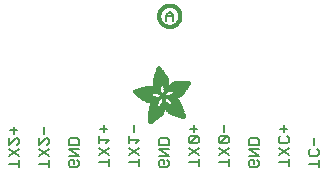
<source format=gbr>
G04 EAGLE Gerber RS-274X export*
G75*
%MOMM*%
%FSLAX34Y34*%
%LPD*%
%INSilkscreen Bottom*%
%IPPOS*%
%AMOC8*
5,1,8,0,0,1.08239X$1,22.5*%
G01*
%ADD10C,0.127000*%
%ADD11C,0.304800*%
%ADD12C,0.203200*%
%ADD13R,0.068600X0.007600*%
%ADD14R,0.114300X0.007600*%
%ADD15R,0.152400X0.007700*%
%ADD16R,0.182900X0.007600*%
%ADD17R,0.205700X0.007600*%
%ADD18R,0.228600X0.007600*%
%ADD19R,0.259100X0.007600*%
%ADD20R,0.274300X0.007700*%
%ADD21R,0.289500X0.007600*%
%ADD22R,0.304800X0.007600*%
%ADD23R,0.320100X0.007600*%
%ADD24R,0.342900X0.007600*%
%ADD25R,0.350500X0.007700*%
%ADD26R,0.365800X0.007600*%
%ADD27R,0.381000X0.007600*%
%ADD28R,0.388600X0.007600*%
%ADD29R,0.403800X0.007600*%
%ADD30R,0.419100X0.007700*%
%ADD31R,0.426700X0.007600*%
%ADD32R,0.441900X0.007600*%
%ADD33R,0.449600X0.007600*%
%ADD34R,0.464800X0.007600*%
%ADD35R,0.480000X0.007700*%
%ADD36R,0.487600X0.007600*%
%ADD37R,0.495300X0.007600*%
%ADD38R,0.510500X0.007600*%
%ADD39R,0.518100X0.007600*%
%ADD40R,0.525700X0.007700*%
%ADD41R,0.541000X0.007600*%
%ADD42R,0.548600X0.007600*%
%ADD43R,0.563800X0.007600*%
%ADD44R,0.571500X0.007600*%
%ADD45R,0.579100X0.007700*%
%ADD46R,0.594300X0.007600*%
%ADD47R,0.601900X0.007600*%
%ADD48R,0.609600X0.007600*%
%ADD49R,0.624800X0.007600*%
%ADD50R,0.632400X0.007700*%
%ADD51R,0.640000X0.007600*%
%ADD52R,0.655300X0.007600*%
%ADD53R,0.662900X0.007600*%
%ADD54R,0.678100X0.007600*%
%ADD55R,0.685800X0.007700*%
%ADD56R,0.693400X0.007600*%
%ADD57R,0.708600X0.007600*%
%ADD58R,0.716200X0.007600*%
%ADD59R,0.723900X0.007600*%
%ADD60R,0.739100X0.007700*%
%ADD61R,0.746700X0.007600*%
%ADD62R,0.754300X0.007600*%
%ADD63R,0.769600X0.007600*%
%ADD64R,0.777200X0.007600*%
%ADD65R,0.792400X0.007700*%
%ADD66R,0.800100X0.007600*%
%ADD67R,0.807700X0.007600*%
%ADD68R,0.822900X0.007600*%
%ADD69R,0.830500X0.007600*%
%ADD70R,0.838200X0.007700*%
%ADD71R,0.091500X0.007600*%
%ADD72R,0.853400X0.007600*%
%ADD73R,0.144700X0.007600*%
%ADD74R,0.861000X0.007600*%
%ADD75R,0.190500X0.007600*%
%ADD76R,0.876300X0.007600*%
%ADD77R,0.221000X0.007600*%
%ADD78R,0.883900X0.007600*%
%ADD79R,0.259000X0.007700*%
%ADD80R,0.891500X0.007700*%
%ADD81R,0.289600X0.007600*%
%ADD82R,0.906700X0.007600*%
%ADD83R,0.914400X0.007600*%
%ADD84R,0.350500X0.007600*%
%ADD85R,0.922000X0.007600*%
%ADD86R,0.937200X0.007600*%
%ADD87R,0.411400X0.007700*%
%ADD88R,0.944800X0.007700*%
%ADD89R,0.434300X0.007600*%
%ADD90R,0.952500X0.007600*%
%ADD91R,0.464900X0.007600*%
%ADD92R,0.967700X0.007600*%
%ADD93R,0.975300X0.007600*%
%ADD94R,0.518200X0.007600*%
%ADD95R,0.990600X0.007600*%
%ADD96R,0.548600X0.007700*%
%ADD97R,0.998200X0.007700*%
%ADD98R,1.005800X0.007600*%
%ADD99R,0.594400X0.007600*%
%ADD100R,1.021000X0.007600*%
%ADD101R,0.617200X0.007600*%
%ADD102R,1.028700X0.007600*%
%ADD103R,0.647700X0.007600*%
%ADD104R,1.036300X0.007600*%
%ADD105R,0.670500X0.007700*%
%ADD106R,1.051500X0.007700*%
%ADD107R,1.059100X0.007600*%
%ADD108R,0.716300X0.007600*%
%ADD109R,1.066800X0.007600*%
%ADD110R,0.739100X0.007600*%
%ADD111R,1.074400X0.007600*%
%ADD112R,0.762000X0.007600*%
%ADD113R,1.089600X0.007600*%
%ADD114R,0.784800X0.007700*%
%ADD115R,1.097200X0.007700*%
%ADD116R,1.104900X0.007600*%
%ADD117R,0.830600X0.007600*%
%ADD118R,1.112500X0.007600*%
%ADD119R,0.845800X0.007600*%
%ADD120R,1.120100X0.007600*%
%ADD121R,0.868700X0.007600*%
%ADD122R,1.127700X0.007600*%
%ADD123R,1.135300X0.007700*%
%ADD124R,1.143000X0.007600*%
%ADD125R,0.944900X0.007600*%
%ADD126R,1.150600X0.007600*%
%ADD127R,0.960100X0.007600*%
%ADD128R,1.158200X0.007600*%
%ADD129R,0.983000X0.007600*%
%ADD130R,1.165800X0.007600*%
%ADD131R,1.005900X0.007700*%
%ADD132R,1.173400X0.007700*%
%ADD133R,1.021100X0.007600*%
%ADD134R,1.181100X0.007600*%
%ADD135R,1.044000X0.007600*%
%ADD136R,1.188700X0.007600*%
%ADD137R,1.196300X0.007600*%
%ADD138R,1.082000X0.007600*%
%ADD139R,1.203900X0.007600*%
%ADD140R,1.104900X0.007700*%
%ADD141R,1.211500X0.007700*%
%ADD142R,1.211500X0.007600*%
%ADD143R,1.219200X0.007600*%
%ADD144R,1.226800X0.007600*%
%ADD145R,1.234400X0.007600*%
%ADD146R,1.188700X0.007700*%
%ADD147R,1.242000X0.007700*%
%ADD148R,1.242000X0.007600*%
%ADD149R,1.211600X0.007600*%
%ADD150R,1.249600X0.007600*%
%ADD151R,1.257300X0.007600*%
%ADD152R,1.264900X0.007600*%
%ADD153R,1.242100X0.007700*%
%ADD154R,1.264900X0.007700*%
%ADD155R,1.272500X0.007600*%
%ADD156R,1.265000X0.007600*%
%ADD157R,1.280100X0.007600*%
%ADD158R,1.272600X0.007600*%
%ADD159R,1.287700X0.007600*%
%ADD160R,1.287800X0.007600*%
%ADD161R,1.295400X0.007700*%
%ADD162R,1.303000X0.007600*%
%ADD163R,1.318200X0.007600*%
%ADD164R,1.310600X0.007600*%
%ADD165R,1.325900X0.007600*%
%ADD166R,1.341100X0.007700*%
%ADD167R,1.318200X0.007700*%
%ADD168R,1.341100X0.007600*%
%ADD169R,1.325800X0.007600*%
%ADD170R,1.348700X0.007600*%
%ADD171R,1.364000X0.007600*%
%ADD172R,1.333500X0.007600*%
%ADD173R,1.371600X0.007700*%
%ADD174R,1.379200X0.007600*%
%ADD175R,1.379300X0.007600*%
%ADD176R,1.386900X0.007600*%
%ADD177R,1.394500X0.007600*%
%ADD178R,1.356300X0.007600*%
%ADD179R,1.394400X0.007700*%
%ADD180R,1.356300X0.007700*%
%ADD181R,1.402000X0.007600*%
%ADD182R,1.409700X0.007600*%
%ADD183R,1.363900X0.007600*%
%ADD184R,1.417300X0.007600*%
%ADD185R,1.371600X0.007600*%
%ADD186R,1.424900X0.007700*%
%ADD187R,1.424900X0.007600*%
%ADD188R,1.432600X0.007600*%
%ADD189R,1.440200X0.007600*%
%ADD190R,1.386800X0.007600*%
%ADD191R,1.447800X0.007700*%
%ADD192R,1.386800X0.007700*%
%ADD193R,1.447800X0.007600*%
%ADD194R,1.455500X0.007600*%
%ADD195R,1.394400X0.007600*%
%ADD196R,1.463100X0.007600*%
%ADD197R,1.455400X0.007700*%
%ADD198R,1.463000X0.007600*%
%ADD199R,1.470600X0.007600*%
%ADD200R,1.470600X0.007700*%
%ADD201R,1.409700X0.007700*%
%ADD202R,1.470700X0.007600*%
%ADD203R,1.402100X0.007600*%
%ADD204R,1.478300X0.007600*%
%ADD205R,1.478300X0.007700*%
%ADD206R,1.402100X0.007700*%
%ADD207R,1.485900X0.007600*%
%ADD208R,1.485900X0.007700*%
%ADD209R,1.493500X0.007700*%
%ADD210R,1.493500X0.007600*%
%ADD211R,1.394500X0.007700*%
%ADD212R,1.493600X0.007700*%
%ADD213R,1.386900X0.007700*%
%ADD214R,1.379200X0.007700*%
%ADD215R,2.857500X0.007700*%
%ADD216R,2.857500X0.007600*%
%ADD217R,2.849900X0.007600*%
%ADD218R,2.842300X0.007600*%
%ADD219R,2.834700X0.007700*%
%ADD220R,2.827000X0.007600*%
%ADD221R,2.819400X0.007600*%
%ADD222R,2.811800X0.007600*%
%ADD223R,2.811800X0.007700*%
%ADD224R,2.804100X0.007600*%
%ADD225R,2.796500X0.007600*%
%ADD226R,1.966000X0.007600*%
%ADD227R,1.943100X0.007600*%
%ADD228R,0.754400X0.007600*%
%ADD229R,1.927900X0.007700*%
%ADD230R,0.746700X0.007700*%
%ADD231R,1.912600X0.007600*%
%ADD232R,0.731500X0.007600*%
%ADD233R,1.905000X0.007600*%
%ADD234R,1.882200X0.007600*%
%ADD235R,1.874600X0.007600*%
%ADD236R,1.866900X0.007700*%
%ADD237R,0.708700X0.007700*%
%ADD238R,1.851600X0.007600*%
%ADD239R,0.701100X0.007600*%
%ADD240R,1.844000X0.007600*%
%ADD241R,1.836400X0.007600*%
%ADD242R,1.821200X0.007600*%
%ADD243R,0.685800X0.007600*%
%ADD244R,1.813500X0.007700*%
%ADD245R,1.805900X0.007600*%
%ADD246R,0.678200X0.007600*%
%ADD247R,1.790700X0.007600*%
%ADD248R,0.670600X0.007600*%
%ADD249R,1.775500X0.007600*%
%ADD250R,1.767900X0.007700*%
%ADD251R,0.663000X0.007700*%
%ADD252R,1.760200X0.007600*%
%ADD253R,1.752600X0.007600*%
%ADD254R,0.937300X0.007600*%
%ADD255R,0.792500X0.007600*%
%ADD256R,0.899100X0.007600*%
%ADD257R,0.883900X0.007700*%
%ADD258R,0.716300X0.007700*%
%ADD259R,0.647700X0.007700*%
%ADD260R,0.640100X0.007600*%
%ADD261R,0.632500X0.007600*%
%ADD262R,0.655400X0.007600*%
%ADD263R,0.632400X0.007600*%
%ADD264R,0.845800X0.007700*%
%ADD265R,0.617200X0.007700*%
%ADD266R,0.624800X0.007700*%
%ADD267R,0.602000X0.007600*%
%ADD268R,0.838200X0.007600*%
%ADD269R,0.586700X0.007600*%
%ADD270R,0.548700X0.007600*%
%ADD271R,0.830500X0.007700*%
%ADD272R,0.541000X0.007700*%
%ADD273R,0.594300X0.007700*%
%ADD274R,0.525800X0.007600*%
%ADD275R,0.586800X0.007600*%
%ADD276R,0.815300X0.007600*%
%ADD277R,0.579200X0.007600*%
%ADD278R,0.815400X0.007600*%
%ADD279R,0.815400X0.007700*%
%ADD280R,0.571500X0.007700*%
%ADD281R,0.807800X0.007600*%
%ADD282R,0.563900X0.007600*%
%ADD283R,0.457200X0.007600*%
%ADD284R,0.442000X0.007600*%
%ADD285R,0.556300X0.007600*%
%ADD286R,0.807700X0.007700*%
%ADD287R,0.411500X0.007600*%
%ADD288R,0.533400X0.007600*%
%ADD289R,0.076200X0.007600*%
%ADD290R,0.403900X0.007600*%
%ADD291R,0.525700X0.007600*%
%ADD292R,0.388700X0.007600*%
%ADD293R,0.297200X0.007600*%
%ADD294R,0.373400X0.007700*%
%ADD295R,0.503000X0.007700*%
%ADD296R,0.426800X0.007700*%
%ADD297R,0.358100X0.007600*%
%ADD298R,0.502900X0.007600*%
%ADD299R,0.472400X0.007600*%
%ADD300R,0.487700X0.007600*%
%ADD301R,0.335300X0.007600*%
%ADD302R,0.792500X0.007700*%
%ADD303R,0.327600X0.007700*%
%ADD304R,0.472400X0.007700*%
%ADD305R,0.640000X0.007700*%
%ADD306R,0.784800X0.007600*%
%ADD307R,0.320000X0.007600*%
%ADD308R,0.792400X0.007600*%
%ADD309R,1.173400X0.007600*%
%ADD310R,1.196400X0.007600*%
%ADD311R,0.784900X0.007600*%
%ADD312R,0.784900X0.007700*%
%ADD313R,0.297200X0.007700*%
%ADD314R,1.249700X0.007600*%
%ADD315R,0.281900X0.007600*%
%ADD316R,1.295400X0.007600*%
%ADD317R,0.266700X0.007600*%
%ADD318R,0.777300X0.007700*%
%ADD319R,0.266700X0.007700*%
%ADD320R,1.333500X0.007700*%
%ADD321R,0.777300X0.007600*%
%ADD322R,1.348800X0.007600*%
%ADD323R,0.251500X0.007600*%
%ADD324R,0.243900X0.007700*%
%ADD325R,0.243900X0.007600*%
%ADD326R,1.440100X0.007600*%
%ADD327R,0.236200X0.007600*%
%ADD328R,0.762000X0.007700*%
%ADD329R,0.236200X0.007700*%
%ADD330R,1.508700X0.007700*%
%ADD331R,1.531600X0.007600*%
%ADD332R,1.546900X0.007600*%
%ADD333R,1.569700X0.007600*%
%ADD334R,1.585000X0.007600*%
%ADD335R,0.746800X0.007700*%
%ADD336R,1.607800X0.007700*%
%ADD337R,0.243800X0.007600*%
%ADD338R,1.630700X0.007600*%
%ADD339R,1.653500X0.007600*%
%ADD340R,0.739200X0.007600*%
%ADD341R,1.684000X0.007600*%
%ADD342R,2.019300X0.007600*%
%ADD343R,0.731500X0.007700*%
%ADD344R,2.026900X0.007700*%
%ADD345R,2.049800X0.007600*%
%ADD346R,2.057400X0.007600*%
%ADD347R,0.708700X0.007600*%
%ADD348R,2.072600X0.007600*%
%ADD349R,0.701000X0.007600*%
%ADD350R,2.095500X0.007600*%
%ADD351R,0.693500X0.007700*%
%ADD352R,2.110800X0.007700*%
%ADD353R,2.141200X0.007600*%
%ADD354R,0.060900X0.007600*%
%ADD355R,2.872700X0.007600*%
%ADD356R,3.124200X0.007600*%
%ADD357R,3.177600X0.007600*%
%ADD358R,3.215600X0.007700*%
%ADD359R,3.253700X0.007600*%
%ADD360R,3.284300X0.007600*%
%ADD361R,3.314700X0.007600*%
%ADD362R,3.352800X0.007600*%
%ADD363R,3.375600X0.007700*%
%ADD364R,3.406200X0.007600*%
%ADD365R,3.429000X0.007600*%
%ADD366R,3.451800X0.007600*%
%ADD367R,3.482400X0.007600*%
%ADD368R,1.828800X0.007700*%
%ADD369R,1.539300X0.007700*%
%ADD370R,1.767900X0.007600*%
%ADD371R,1.767800X0.007600*%
%ADD372R,1.760200X0.007700*%
%ADD373R,1.760300X0.007600*%
%ADD374R,1.775400X0.007700*%
%ADD375R,1.379300X0.007700*%
%ADD376R,1.783000X0.007600*%
%ADD377R,1.813500X0.007600*%
%ADD378R,1.821100X0.007700*%
%ADD379R,0.503000X0.007600*%
%ADD380R,1.135400X0.007600*%
%ADD381R,1.127700X0.007700*%
%ADD382R,0.487700X0.007700*%
%ADD383R,1.120200X0.007600*%
%ADD384R,1.097300X0.007600*%
%ADD385R,0.510600X0.007600*%
%ADD386R,1.074400X0.007700*%
%ADD387R,0.525800X0.007700*%
%ADD388R,1.440200X0.007700*%
%ADD389R,1.059200X0.007600*%
%ADD390R,1.051600X0.007600*%
%ADD391R,1.051500X0.007600*%
%ADD392R,1.043900X0.007700*%
%ADD393R,0.602000X0.007700*%
%ADD394R,1.524000X0.007600*%
%ADD395R,1.539300X0.007600*%
%ADD396R,1.592600X0.007600*%
%ADD397R,1.021100X0.007700*%
%ADD398R,1.615400X0.007700*%
%ADD399R,1.013400X0.007600*%
%ADD400R,1.653600X0.007600*%
%ADD401R,1.013500X0.007600*%
%ADD402R,1.699300X0.007600*%
%ADD403R,2.743200X0.007600*%
%ADD404R,1.005900X0.007600*%
%ADD405R,2.415500X0.007600*%
%ADD406R,1.005800X0.007700*%
%ADD407R,0.281900X0.007700*%
%ADD408R,2.408000X0.007700*%
%ADD409R,2.407900X0.007600*%
%ADD410R,0.998200X0.007600*%
%ADD411R,0.282000X0.007600*%
%ADD412R,0.998300X0.007600*%
%ADD413R,2.400300X0.007600*%
%ADD414R,0.289500X0.007700*%
%ADD415R,2.400300X0.007700*%
%ADD416R,0.297100X0.007600*%
%ADD417R,0.312400X0.007600*%
%ADD418R,2.392700X0.007600*%
%ADD419R,0.990600X0.007700*%
%ADD420R,0.327700X0.007700*%
%ADD421R,2.392700X0.007700*%
%ADD422R,2.385100X0.007600*%
%ADD423R,0.381000X0.007700*%
%ADD424R,2.377400X0.007700*%
%ADD425R,2.377400X0.007600*%
%ADD426R,2.369800X0.007600*%
%ADD427R,0.419100X0.007600*%
%ADD428R,2.362200X0.007600*%
%ADD429R,0.426800X0.007600*%
%ADD430R,1.036300X0.007700*%
%ADD431R,0.442000X0.007700*%
%ADD432R,2.354600X0.007700*%
%ADD433R,2.354600X0.007600*%
%ADD434R,0.480100X0.007600*%
%ADD435R,2.347000X0.007600*%
%ADD436R,1.074500X0.007600*%
%ADD437R,2.339400X0.007600*%
%ADD438R,1.082100X0.007700*%
%ADD439R,0.548700X0.007700*%
%ADD440R,2.331800X0.007700*%
%ADD441R,2.331800X0.007600*%
%ADD442R,0.624900X0.007600*%
%ADD443R,2.324100X0.007600*%
%ADD444R,1.859300X0.007600*%
%ADD445R,2.308800X0.007600*%
%ADD446R,2.301200X0.007700*%
%ADD447R,2.301200X0.007600*%
%ADD448R,2.293600X0.007600*%
%ADD449R,2.278400X0.007600*%
%ADD450R,1.889800X0.007600*%
%ADD451R,2.270700X0.007600*%
%ADD452R,1.897400X0.007700*%
%ADD453R,2.255500X0.007700*%
%ADD454R,1.897400X0.007600*%
%ADD455R,2.247900X0.007600*%
%ADD456R,2.232600X0.007600*%
%ADD457R,1.912700X0.007600*%
%ADD458R,2.209800X0.007600*%
%ADD459R,1.920300X0.007600*%
%ADD460R,2.186900X0.007600*%
%ADD461R,1.920300X0.007700*%
%ADD462R,2.171700X0.007700*%
%ADD463R,1.935500X0.007600*%
%ADD464R,2.148800X0.007600*%
%ADD465R,2.126000X0.007600*%
%ADD466R,1.950700X0.007600*%
%ADD467R,1.958400X0.007700*%
%ADD468R,2.042200X0.007700*%
%ADD469R,1.973600X0.007600*%
%ADD470R,1.996500X0.007600*%
%ADD471R,1.981200X0.007600*%
%ADD472R,1.988800X0.007600*%
%ADD473R,1.996400X0.007700*%
%ADD474R,1.996400X0.007600*%
%ADD475R,2.004100X0.007600*%
%ADD476R,1.874500X0.007600*%
%ADD477R,1.425000X0.007600*%
%ADD478R,2.026900X0.007600*%
%ADD479R,0.434400X0.007700*%
%ADD480R,1.364000X0.007700*%
%ADD481R,2.034500X0.007600*%
%ADD482R,0.434400X0.007600*%
%ADD483R,2.049700X0.007600*%
%ADD484R,2.065000X0.007700*%
%ADD485R,0.464800X0.007700*%
%ADD486R,1.196300X0.007700*%
%ADD487R,2.080300X0.007600*%
%ADD488R,1.158300X0.007600*%
%ADD489R,2.087900X0.007600*%
%ADD490R,0.472500X0.007600*%
%ADD491R,2.103100X0.007600*%
%ADD492R,2.118400X0.007600*%
%ADD493R,2.133600X0.007600*%
%ADD494R,2.148800X0.007700*%
%ADD495R,2.164000X0.007600*%
%ADD496R,2.171700X0.007600*%
%ADD497R,2.187000X0.007600*%
%ADD498R,0.556200X0.007600*%
%ADD499R,2.202200X0.007700*%
%ADD500R,0.556200X0.007700*%
%ADD501R,0.640100X0.007700*%
%ADD502R,0.579100X0.007600*%
%ADD503R,0.480000X0.007600*%
%ADD504R,1.752600X0.007700*%
%ADD505R,0.487600X0.007700*%
%ADD506R,0.594400X0.007700*%
%ADD507R,0.358100X0.007700*%
%ADD508R,0.099000X0.007600*%
%ADD509R,1.280200X0.007600*%
%ADD510R,1.745000X0.007600*%
%ADD511R,1.744900X0.007600*%
%ADD512R,1.737300X0.007700*%
%ADD513R,1.737400X0.007600*%
%ADD514R,1.729800X0.007600*%
%ADD515R,1.722200X0.007600*%
%ADD516R,1.722100X0.007600*%
%ADD517R,1.714500X0.007700*%
%ADD518R,1.356400X0.007700*%
%ADD519R,1.706900X0.007600*%
%ADD520R,1.356400X0.007600*%
%ADD521R,1.691700X0.007600*%
%ADD522R,1.668800X0.007700*%
%ADD523R,1.645900X0.007600*%
%ADD524R,1.623100X0.007600*%
%ADD525R,1.577400X0.007600*%
%ADD526R,1.554400X0.007600*%
%ADD527R,1.539200X0.007600*%
%ADD528R,1.524000X0.007700*%
%ADD529R,1.501100X0.007600*%
%ADD530R,1.455400X0.007600*%
%ADD531R,1.348800X0.007700*%
%ADD532R,1.318300X0.007600*%
%ADD533R,1.310600X0.007700*%
%ADD534R,1.287800X0.007700*%
%ADD535R,1.234500X0.007600*%
%ADD536R,1.226900X0.007600*%
%ADD537R,1.173500X0.007700*%
%ADD538R,1.173500X0.007600*%
%ADD539R,1.165900X0.007600*%
%ADD540R,1.143000X0.007700*%
%ADD541R,1.127800X0.007600*%
%ADD542R,1.097200X0.007600*%
%ADD543R,1.028700X0.007700*%
%ADD544R,0.982900X0.007600*%
%ADD545R,0.952500X0.007700*%
%ADD546R,0.929600X0.007600*%
%ADD547R,0.906800X0.007700*%
%ADD548R,0.906800X0.007600*%
%ADD549R,0.899200X0.007600*%
%ADD550R,0.884000X0.007600*%
%ADD551R,0.876300X0.007700*%
%ADD552R,0.830600X0.007700*%
%ADD553R,0.754400X0.007700*%
%ADD554R,0.746800X0.007600*%
%ADD555R,0.708600X0.007700*%
%ADD556R,0.678200X0.007700*%
%ADD557R,0.663000X0.007600*%
%ADD558R,0.632500X0.007700*%
%ADD559R,0.556300X0.007700*%
%ADD560R,0.518200X0.007700*%
%ADD561R,0.434300X0.007700*%
%ADD562R,0.396300X0.007700*%
%ADD563R,0.373300X0.007600*%
%ADD564R,0.365700X0.007600*%
%ADD565R,0.327700X0.007600*%
%ADD566R,0.304800X0.007700*%
%ADD567R,0.274300X0.007600*%
%ADD568R,0.243800X0.007700*%
%ADD569R,0.205800X0.007600*%
%ADD570R,0.152400X0.007600*%
%ADD571R,0.121900X0.007700*%


D10*
X20955Y39161D02*
X29853Y39161D01*
X29853Y36195D02*
X29853Y42127D01*
X29853Y45550D02*
X20955Y51482D01*
X20955Y45550D02*
X29853Y51482D01*
X20955Y54905D02*
X20955Y60837D01*
X20955Y54905D02*
X26887Y60837D01*
X28370Y60837D01*
X29853Y59354D01*
X29853Y56388D01*
X28370Y54905D01*
X25404Y64261D02*
X25404Y70192D01*
X28370Y67226D02*
X22438Y67226D01*
X46355Y39161D02*
X55253Y39161D01*
X55253Y36195D02*
X55253Y42127D01*
X55253Y45550D02*
X46355Y51482D01*
X46355Y45550D02*
X55253Y51482D01*
X46355Y54905D02*
X46355Y60837D01*
X46355Y54905D02*
X52287Y60837D01*
X53770Y60837D01*
X55253Y59354D01*
X55253Y56388D01*
X53770Y54905D01*
X50804Y64261D02*
X50804Y70192D01*
X97155Y40431D02*
X106053Y40431D01*
X106053Y37465D02*
X106053Y43397D01*
X106053Y46820D02*
X97155Y52752D01*
X97155Y46820D02*
X106053Y52752D01*
X103087Y56175D02*
X106053Y59141D01*
X97155Y59141D01*
X97155Y56175D02*
X97155Y62107D01*
X101604Y65531D02*
X101604Y71462D01*
X104570Y68496D02*
X98638Y68496D01*
X122555Y40431D02*
X131453Y40431D01*
X131453Y37465D02*
X131453Y43397D01*
X131453Y46820D02*
X122555Y52752D01*
X122555Y46820D02*
X131453Y52752D01*
X128487Y56175D02*
X131453Y59141D01*
X122555Y59141D01*
X122555Y56175D02*
X122555Y62107D01*
X127004Y65531D02*
X127004Y71462D01*
X173355Y40431D02*
X182253Y40431D01*
X182253Y37465D02*
X182253Y43397D01*
X182253Y46820D02*
X173355Y52752D01*
X173355Y46820D02*
X182253Y52752D01*
X180770Y56175D02*
X174838Y56175D01*
X180770Y56175D02*
X182253Y57658D01*
X182253Y60624D01*
X180770Y62107D01*
X174838Y62107D01*
X173355Y60624D01*
X173355Y57658D01*
X174838Y56175D01*
X180770Y62107D01*
X177804Y65531D02*
X177804Y71462D01*
X180770Y68496D02*
X174838Y68496D01*
X198755Y40431D02*
X207653Y40431D01*
X207653Y37465D02*
X207653Y43397D01*
X207653Y46820D02*
X198755Y52752D01*
X198755Y46820D02*
X207653Y52752D01*
X206170Y56175D02*
X200238Y56175D01*
X206170Y56175D02*
X207653Y57658D01*
X207653Y60624D01*
X206170Y62107D01*
X200238Y62107D01*
X198755Y60624D01*
X198755Y57658D01*
X200238Y56175D01*
X206170Y62107D01*
X203204Y65531D02*
X203204Y71462D01*
X249555Y40431D02*
X258453Y40431D01*
X258453Y37465D02*
X258453Y43397D01*
X258453Y46820D02*
X249555Y52752D01*
X249555Y46820D02*
X258453Y52752D01*
X258453Y60624D02*
X256970Y62107D01*
X258453Y60624D02*
X258453Y57658D01*
X256970Y56175D01*
X251038Y56175D01*
X249555Y57658D01*
X249555Y60624D01*
X251038Y62107D01*
X254004Y65531D02*
X254004Y71462D01*
X256970Y68496D02*
X251038Y68496D01*
X274955Y39161D02*
X283853Y39161D01*
X283853Y36195D02*
X283853Y42127D01*
X283853Y49999D02*
X282370Y51482D01*
X283853Y49999D02*
X283853Y47033D01*
X282370Y45550D01*
X276438Y45550D01*
X274955Y47033D01*
X274955Y49999D01*
X276438Y51482D01*
X279404Y54905D02*
X279404Y60837D01*
X80653Y40581D02*
X79170Y42064D01*
X80653Y40581D02*
X80653Y37615D01*
X79170Y36132D01*
X73238Y36132D01*
X71755Y37615D01*
X71755Y40581D01*
X73238Y42064D01*
X76204Y42064D01*
X76204Y39098D01*
X71755Y45487D02*
X80653Y45487D01*
X71755Y51419D01*
X80653Y51419D01*
X80653Y54843D02*
X71755Y54843D01*
X71755Y59291D01*
X73238Y60774D01*
X79170Y60774D01*
X80653Y59291D01*
X80653Y54843D01*
X155370Y42064D02*
X156853Y40581D01*
X156853Y37615D01*
X155370Y36132D01*
X149438Y36132D01*
X147955Y37615D01*
X147955Y40581D01*
X149438Y42064D01*
X152404Y42064D01*
X152404Y39098D01*
X147955Y45487D02*
X156853Y45487D01*
X147955Y51419D01*
X156853Y51419D01*
X156853Y54843D02*
X147955Y54843D01*
X147955Y59291D01*
X149438Y60774D01*
X155370Y60774D01*
X156853Y59291D01*
X156853Y54843D01*
X231570Y42064D02*
X233053Y40581D01*
X233053Y37615D01*
X231570Y36132D01*
X225638Y36132D01*
X224155Y37615D01*
X224155Y40581D01*
X225638Y42064D01*
X228604Y42064D01*
X228604Y39098D01*
X224155Y45487D02*
X233053Y45487D01*
X224155Y51419D01*
X233053Y51419D01*
X233053Y54843D02*
X224155Y54843D01*
X224155Y59291D01*
X225638Y60774D01*
X231570Y60774D01*
X233053Y59291D01*
X233053Y54843D01*
D11*
X148500Y163830D02*
X148503Y164050D01*
X148511Y164271D01*
X148524Y164491D01*
X148543Y164710D01*
X148568Y164929D01*
X148597Y165148D01*
X148632Y165365D01*
X148673Y165582D01*
X148718Y165798D01*
X148769Y166012D01*
X148825Y166225D01*
X148887Y166437D01*
X148953Y166647D01*
X149025Y166855D01*
X149102Y167062D01*
X149184Y167266D01*
X149270Y167469D01*
X149362Y167669D01*
X149459Y167868D01*
X149560Y168063D01*
X149667Y168256D01*
X149778Y168447D01*
X149893Y168634D01*
X150013Y168819D01*
X150138Y169001D01*
X150267Y169179D01*
X150401Y169355D01*
X150538Y169527D01*
X150680Y169695D01*
X150826Y169861D01*
X150976Y170022D01*
X151130Y170180D01*
X151288Y170334D01*
X151449Y170484D01*
X151615Y170630D01*
X151783Y170772D01*
X151955Y170909D01*
X152131Y171043D01*
X152309Y171172D01*
X152491Y171297D01*
X152676Y171417D01*
X152863Y171532D01*
X153054Y171643D01*
X153247Y171750D01*
X153442Y171851D01*
X153641Y171948D01*
X153841Y172040D01*
X154044Y172126D01*
X154248Y172208D01*
X154455Y172285D01*
X154663Y172357D01*
X154873Y172423D01*
X155085Y172485D01*
X155298Y172541D01*
X155512Y172592D01*
X155728Y172637D01*
X155945Y172678D01*
X156162Y172713D01*
X156381Y172742D01*
X156600Y172767D01*
X156819Y172786D01*
X157039Y172799D01*
X157260Y172807D01*
X157480Y172810D01*
X157700Y172807D01*
X157921Y172799D01*
X158141Y172786D01*
X158360Y172767D01*
X158579Y172742D01*
X158798Y172713D01*
X159015Y172678D01*
X159232Y172637D01*
X159448Y172592D01*
X159662Y172541D01*
X159875Y172485D01*
X160087Y172423D01*
X160297Y172357D01*
X160505Y172285D01*
X160712Y172208D01*
X160916Y172126D01*
X161119Y172040D01*
X161319Y171948D01*
X161518Y171851D01*
X161713Y171750D01*
X161906Y171643D01*
X162097Y171532D01*
X162284Y171417D01*
X162469Y171297D01*
X162651Y171172D01*
X162829Y171043D01*
X163005Y170909D01*
X163177Y170772D01*
X163345Y170630D01*
X163511Y170484D01*
X163672Y170334D01*
X163830Y170180D01*
X163984Y170022D01*
X164134Y169861D01*
X164280Y169695D01*
X164422Y169527D01*
X164559Y169355D01*
X164693Y169179D01*
X164822Y169001D01*
X164947Y168819D01*
X165067Y168634D01*
X165182Y168447D01*
X165293Y168256D01*
X165400Y168063D01*
X165501Y167868D01*
X165598Y167669D01*
X165690Y167469D01*
X165776Y167266D01*
X165858Y167062D01*
X165935Y166855D01*
X166007Y166647D01*
X166073Y166437D01*
X166135Y166225D01*
X166191Y166012D01*
X166242Y165798D01*
X166287Y165582D01*
X166328Y165365D01*
X166363Y165148D01*
X166392Y164929D01*
X166417Y164710D01*
X166436Y164491D01*
X166449Y164271D01*
X166457Y164050D01*
X166460Y163830D01*
X166457Y163610D01*
X166449Y163389D01*
X166436Y163169D01*
X166417Y162950D01*
X166392Y162731D01*
X166363Y162512D01*
X166328Y162295D01*
X166287Y162078D01*
X166242Y161862D01*
X166191Y161648D01*
X166135Y161435D01*
X166073Y161223D01*
X166007Y161013D01*
X165935Y160805D01*
X165858Y160598D01*
X165776Y160394D01*
X165690Y160191D01*
X165598Y159991D01*
X165501Y159792D01*
X165400Y159597D01*
X165293Y159404D01*
X165182Y159213D01*
X165067Y159026D01*
X164947Y158841D01*
X164822Y158659D01*
X164693Y158481D01*
X164559Y158305D01*
X164422Y158133D01*
X164280Y157965D01*
X164134Y157799D01*
X163984Y157638D01*
X163830Y157480D01*
X163672Y157326D01*
X163511Y157176D01*
X163345Y157030D01*
X163177Y156888D01*
X163005Y156751D01*
X162829Y156617D01*
X162651Y156488D01*
X162469Y156363D01*
X162284Y156243D01*
X162097Y156128D01*
X161906Y156017D01*
X161713Y155910D01*
X161518Y155809D01*
X161319Y155712D01*
X161119Y155620D01*
X160916Y155534D01*
X160712Y155452D01*
X160505Y155375D01*
X160297Y155303D01*
X160087Y155237D01*
X159875Y155175D01*
X159662Y155119D01*
X159448Y155068D01*
X159232Y155023D01*
X159015Y154982D01*
X158798Y154947D01*
X158579Y154918D01*
X158360Y154893D01*
X158141Y154874D01*
X157921Y154861D01*
X157700Y154853D01*
X157480Y154850D01*
X157260Y154853D01*
X157039Y154861D01*
X156819Y154874D01*
X156600Y154893D01*
X156381Y154918D01*
X156162Y154947D01*
X155945Y154982D01*
X155728Y155023D01*
X155512Y155068D01*
X155298Y155119D01*
X155085Y155175D01*
X154873Y155237D01*
X154663Y155303D01*
X154455Y155375D01*
X154248Y155452D01*
X154044Y155534D01*
X153841Y155620D01*
X153641Y155712D01*
X153442Y155809D01*
X153247Y155910D01*
X153054Y156017D01*
X152863Y156128D01*
X152676Y156243D01*
X152491Y156363D01*
X152309Y156488D01*
X152131Y156617D01*
X151955Y156751D01*
X151783Y156888D01*
X151615Y157030D01*
X151449Y157176D01*
X151288Y157326D01*
X151130Y157480D01*
X150976Y157638D01*
X150826Y157799D01*
X150680Y157965D01*
X150538Y158133D01*
X150401Y158305D01*
X150267Y158481D01*
X150138Y158659D01*
X150013Y158841D01*
X149893Y159026D01*
X149778Y159213D01*
X149667Y159404D01*
X149560Y159597D01*
X149459Y159792D01*
X149362Y159991D01*
X149270Y160191D01*
X149184Y160394D01*
X149102Y160598D01*
X149025Y160805D01*
X148953Y161013D01*
X148887Y161223D01*
X148825Y161435D01*
X148769Y161648D01*
X148718Y161862D01*
X148673Y162078D01*
X148632Y162295D01*
X148597Y162512D01*
X148568Y162731D01*
X148543Y162950D01*
X148524Y163169D01*
X148511Y163389D01*
X148503Y163610D01*
X148500Y163830D01*
D12*
X160020Y165189D02*
X160020Y159766D01*
X160020Y165189D02*
X157308Y167901D01*
X154597Y165189D01*
X154597Y159766D01*
X154597Y163833D02*
X160020Y163833D01*
D13*
X141122Y72390D03*
D14*
X141123Y72466D03*
D15*
X141160Y72543D03*
D16*
X141161Y72619D03*
D17*
X141123Y72695D03*
D18*
X141160Y72771D03*
D19*
X141161Y72847D03*
D20*
X141161Y72924D03*
D21*
X141161Y73000D03*
D22*
X141237Y73076D03*
D23*
X141237Y73152D03*
D24*
X141275Y73228D03*
D25*
X141313Y73305D03*
D26*
X141313Y73381D03*
D27*
X141389Y73457D03*
D28*
X141427Y73533D03*
D29*
X141427Y73609D03*
D30*
X141504Y73686D03*
D31*
X141542Y73762D03*
D32*
X141618Y73838D03*
D33*
X141656Y73914D03*
D34*
X141656Y73990D03*
D35*
X141732Y74067D03*
D36*
X141770Y74143D03*
D37*
X141809Y74219D03*
D38*
X141885Y74295D03*
D39*
X141923Y74371D03*
D40*
X141961Y74448D03*
D41*
X142037Y74524D03*
D42*
X142075Y74600D03*
D43*
X142151Y74676D03*
D44*
X142190Y74752D03*
D45*
X142228Y74829D03*
D46*
X142304Y74905D03*
D47*
X142342Y74981D03*
D48*
X142380Y75057D03*
D49*
X142456Y75133D03*
D50*
X142494Y75210D03*
D51*
X142532Y75286D03*
D52*
X142609Y75362D03*
D53*
X142647Y75438D03*
D54*
X142723Y75514D03*
D55*
X142761Y75591D03*
D56*
X142799Y75667D03*
D57*
X142875Y75743D03*
D58*
X142913Y75819D03*
D59*
X142952Y75895D03*
D60*
X143028Y75972D03*
D61*
X143066Y76048D03*
D62*
X143104Y76124D03*
D63*
X143180Y76200D03*
D64*
X143218Y76276D03*
D65*
X143294Y76353D03*
D66*
X143333Y76429D03*
D67*
X143371Y76505D03*
D68*
X143447Y76581D03*
D69*
X143485Y76657D03*
D70*
X143523Y76734D03*
D71*
X169050Y76810D03*
D72*
X143599Y76810D03*
D73*
X169012Y76886D03*
D74*
X143637Y76886D03*
D75*
X168936Y76962D03*
D76*
X143714Y76962D03*
D77*
X168859Y77038D03*
D78*
X143752Y77038D03*
D79*
X168821Y77115D03*
D80*
X143790Y77115D03*
D81*
X168745Y77191D03*
D82*
X143866Y77191D03*
D23*
X168669Y77267D03*
D83*
X143904Y77267D03*
D84*
X168593Y77343D03*
D85*
X143942Y77343D03*
D27*
X168516Y77419D03*
D86*
X144018Y77419D03*
D87*
X168440Y77496D03*
D88*
X144056Y77496D03*
D89*
X168326Y77572D03*
D90*
X144095Y77572D03*
D91*
X168250Y77648D03*
D92*
X144171Y77648D03*
D37*
X168174Y77724D03*
D93*
X144209Y77724D03*
D94*
X168059Y77800D03*
D95*
X144285Y77800D03*
D96*
X167983Y77877D03*
D97*
X144323Y77877D03*
D44*
X167869Y77953D03*
D98*
X144361Y77953D03*
D99*
X167754Y78029D03*
D100*
X144437Y78029D03*
D101*
X167640Y78105D03*
D102*
X144476Y78105D03*
D103*
X167564Y78181D03*
D104*
X144514Y78181D03*
D105*
X167450Y78258D03*
D106*
X144590Y78258D03*
D56*
X167335Y78334D03*
D107*
X144628Y78334D03*
D108*
X167221Y78410D03*
D109*
X144666Y78410D03*
D110*
X167107Y78486D03*
D111*
X144704Y78486D03*
D112*
X166992Y78562D03*
D113*
X144780Y78562D03*
D114*
X166878Y78639D03*
D115*
X144818Y78639D03*
D67*
X166764Y78715D03*
D116*
X144857Y78715D03*
D117*
X166649Y78791D03*
D118*
X144895Y78791D03*
D119*
X166497Y78867D03*
D120*
X144933Y78867D03*
D121*
X166383Y78943D03*
D122*
X144971Y78943D03*
D80*
X166269Y79020D03*
D123*
X145009Y79020D03*
D85*
X166116Y79096D03*
D124*
X145047Y79096D03*
D125*
X166002Y79172D03*
D126*
X145085Y79172D03*
D127*
X165850Y79248D03*
D128*
X145123Y79248D03*
D129*
X165735Y79324D03*
D130*
X145161Y79324D03*
D131*
X165621Y79401D03*
D132*
X145199Y79401D03*
D133*
X165469Y79477D03*
D134*
X145238Y79477D03*
D135*
X165354Y79553D03*
D136*
X145276Y79553D03*
D109*
X165240Y79629D03*
D137*
X145314Y79629D03*
D138*
X165087Y79705D03*
D139*
X145352Y79705D03*
D140*
X164973Y79782D03*
D141*
X145390Y79782D03*
D120*
X164897Y79858D03*
D142*
X145390Y79858D03*
D124*
X164782Y79934D03*
D143*
X145428Y79934D03*
D126*
X164668Y80010D03*
D144*
X145466Y80010D03*
D130*
X164592Y80086D03*
D145*
X145504Y80086D03*
D146*
X164478Y80163D03*
D147*
X145542Y80163D03*
D137*
X164364Y80239D03*
D148*
X145542Y80239D03*
D149*
X164287Y80315D03*
D150*
X145580Y80315D03*
D144*
X164211Y80391D03*
D151*
X145619Y80391D03*
D144*
X164135Y80467D03*
D152*
X145657Y80467D03*
D153*
X164059Y80544D03*
D154*
X145657Y80544D03*
D151*
X163983Y80620D03*
D155*
X145695Y80620D03*
D156*
X163868Y80696D03*
D157*
X145733Y80696D03*
D158*
X163830Y80772D03*
D159*
X145771Y80772D03*
D160*
X163754Y80848D03*
D159*
X145771Y80848D03*
D161*
X163639Y80925D03*
X145809Y80925D03*
D162*
X163601Y81001D03*
X145847Y81001D03*
D163*
X163525Y81077D03*
D162*
X145847Y81077D03*
D163*
X163449Y81153D03*
D164*
X145885Y81153D03*
D165*
X163411Y81229D03*
D164*
X145885Y81229D03*
D166*
X163335Y81306D03*
D167*
X145923Y81306D03*
D168*
X163259Y81382D03*
D169*
X145961Y81382D03*
D170*
X163221Y81458D03*
D169*
X145961Y81458D03*
D171*
X163144Y81534D03*
D172*
X146000Y81534D03*
D171*
X163068Y81610D03*
D172*
X146000Y81610D03*
D173*
X163030Y81687D03*
D166*
X146038Y81687D03*
D174*
X162992Y81763D03*
D168*
X146038Y81763D03*
D175*
X162916Y81839D03*
D170*
X146076Y81839D03*
D176*
X162878Y81915D03*
D170*
X146076Y81915D03*
D177*
X162840Y81991D03*
D178*
X146114Y81991D03*
D179*
X162763Y82068D03*
D180*
X146114Y82068D03*
D181*
X162725Y82144D03*
D178*
X146114Y82144D03*
D182*
X162687Y82220D03*
D183*
X146152Y82220D03*
D182*
X162611Y82296D03*
D183*
X146152Y82296D03*
D184*
X162573Y82372D03*
D185*
X146190Y82372D03*
D186*
X162535Y82449D03*
D173*
X146190Y82449D03*
D187*
X162459Y82525D03*
D185*
X146190Y82525D03*
D188*
X162420Y82601D03*
D174*
X146228Y82601D03*
D189*
X162382Y82677D03*
D174*
X146228Y82677D03*
D189*
X162306Y82753D03*
D190*
X146266Y82753D03*
D191*
X162268Y82830D03*
D192*
X146266Y82830D03*
D193*
X162268Y82906D03*
D190*
X146266Y82906D03*
D193*
X162192Y82982D03*
D190*
X146266Y82982D03*
D194*
X162154Y83058D03*
D195*
X146304Y83058D03*
D196*
X162116Y83134D03*
D195*
X146304Y83134D03*
D197*
X162077Y83211D03*
D179*
X146304Y83211D03*
D198*
X162039Y83287D03*
D181*
X146342Y83287D03*
D199*
X162001Y83363D03*
D181*
X146342Y83363D03*
D198*
X161963Y83439D03*
D181*
X146342Y83439D03*
D199*
X161925Y83515D03*
D181*
X146342Y83515D03*
D200*
X161925Y83592D03*
D201*
X146381Y83592D03*
D202*
X161849Y83668D03*
D203*
X146419Y83668D03*
D204*
X161811Y83744D03*
D203*
X146419Y83744D03*
D204*
X161811Y83820D03*
D203*
X146419Y83820D03*
D204*
X161735Y83896D03*
D203*
X146419Y83896D03*
D205*
X161735Y83973D03*
D206*
X146419Y83973D03*
D207*
X161697Y84049D03*
D182*
X146457Y84049D03*
D204*
X161659Y84125D03*
D182*
X146457Y84125D03*
D207*
X161621Y84201D03*
D182*
X146457Y84201D03*
D207*
X161621Y84277D03*
D182*
X146457Y84277D03*
D208*
X161544Y84354D03*
D201*
X146457Y84354D03*
D207*
X161544Y84430D03*
D182*
X146457Y84430D03*
D207*
X161544Y84506D03*
D182*
X146457Y84506D03*
D207*
X161468Y84582D03*
D203*
X146495Y84582D03*
D207*
X161468Y84658D03*
D203*
X146495Y84658D03*
D209*
X161430Y84735D03*
D206*
X146495Y84735D03*
D207*
X161392Y84811D03*
D203*
X146495Y84811D03*
D207*
X161392Y84887D03*
D203*
X146495Y84887D03*
D210*
X161354Y84963D03*
D203*
X146495Y84963D03*
D207*
X161316Y85039D03*
D203*
X146495Y85039D03*
D208*
X161316Y85116D03*
D211*
X146533Y85116D03*
D210*
X161278Y85192D03*
D177*
X146533Y85192D03*
D207*
X161240Y85268D03*
D177*
X146533Y85268D03*
D207*
X161240Y85344D03*
D177*
X146533Y85344D03*
D207*
X161240Y85420D03*
D177*
X146533Y85420D03*
D212*
X161201Y85497D03*
D213*
X146571Y85497D03*
D207*
X161163Y85573D03*
D176*
X146571Y85573D03*
D207*
X161163Y85649D03*
D176*
X146571Y85649D03*
D210*
X161125Y85725D03*
D176*
X146571Y85725D03*
D207*
X161087Y85801D03*
D174*
X146609Y85801D03*
D208*
X161087Y85878D03*
D214*
X146609Y85878D03*
D210*
X161049Y85954D03*
D174*
X146609Y85954D03*
D207*
X161011Y86030D03*
D174*
X146609Y86030D03*
D207*
X161011Y86106D03*
D185*
X146647Y86106D03*
D207*
X161011Y86182D03*
D185*
X146647Y86182D03*
D215*
X154077Y86259D03*
D216*
X154077Y86335D03*
D217*
X154115Y86411D03*
D218*
X154077Y86487D03*
X154077Y86563D03*
D219*
X154115Y86640D03*
D220*
X154076Y86716D03*
X154076Y86792D03*
D221*
X154114Y86868D03*
D222*
X154076Y86944D03*
D223*
X154076Y87021D03*
D224*
X154115Y87097D03*
D225*
X154077Y87173D03*
D226*
X158229Y87249D03*
D63*
X144018Y87249D03*
D227*
X158344Y87325D03*
D228*
X143942Y87325D03*
D229*
X158344Y87402D03*
D230*
X143904Y87402D03*
D231*
X158420Y87478D03*
D232*
X143904Y87478D03*
D233*
X158458Y87554D03*
D232*
X143904Y87554D03*
D234*
X158496Y87630D03*
D108*
X143904Y87630D03*
D235*
X158534Y87706D03*
D108*
X143904Y87706D03*
D236*
X158573Y87783D03*
D237*
X143942Y87783D03*
D238*
X158572Y87859D03*
D239*
X143904Y87859D03*
D240*
X158610Y87935D03*
D56*
X143942Y87935D03*
D241*
X158648Y88011D03*
D56*
X143942Y88011D03*
D242*
X158648Y88087D03*
D243*
X143980Y88087D03*
D244*
X158687Y88164D03*
D55*
X143980Y88164D03*
D245*
X158725Y88240D03*
D246*
X144018Y88240D03*
D247*
X158725Y88316D03*
D246*
X144018Y88316D03*
D247*
X158725Y88392D03*
D248*
X144056Y88392D03*
D249*
X158725Y88468D03*
D248*
X144056Y88468D03*
D250*
X158763Y88545D03*
D251*
X144094Y88545D03*
D252*
X158801Y88621D03*
D52*
X144133Y88621D03*
D253*
X158763Y88697D03*
D52*
X144133Y88697D03*
D254*
X162840Y88773D03*
D255*
X154039Y88773D03*
D103*
X144171Y88773D03*
D256*
X162954Y88849D03*
D110*
X153848Y88849D03*
D103*
X144247Y88849D03*
D257*
X163030Y88926D03*
D258*
X153734Y88926D03*
D259*
X144247Y88926D03*
D121*
X163030Y89002D03*
D56*
X153695Y89002D03*
D260*
X144285Y89002D03*
D121*
X163030Y89078D03*
D248*
X153657Y89078D03*
D261*
X144323Y89078D03*
D72*
X163030Y89154D03*
D262*
X153581Y89154D03*
D49*
X144361Y89154D03*
D72*
X163030Y89230D03*
D263*
X153543Y89230D03*
D49*
X144361Y89230D03*
D264*
X162992Y89307D03*
D265*
X153467Y89307D03*
D266*
X144437Y89307D03*
D119*
X162992Y89383D03*
D267*
X153467Y89383D03*
D101*
X144475Y89383D03*
D268*
X162954Y89459D03*
D269*
X153391Y89459D03*
D48*
X144513Y89459D03*
D268*
X162954Y89535D03*
D44*
X153391Y89535D03*
D267*
X144551Y89535D03*
D69*
X162916Y89611D03*
D270*
X153353Y89611D03*
D47*
X144628Y89611D03*
D271*
X162916Y89688D03*
D272*
X153314Y89688D03*
D273*
X144666Y89688D03*
D68*
X162878Y89764D03*
D274*
X153314Y89764D03*
D269*
X144704Y89764D03*
D68*
X162878Y89840D03*
D94*
X153276Y89840D03*
D275*
X144780Y89840D03*
D276*
X162840Y89916D03*
D37*
X153239Y89916D03*
D277*
X144818Y89916D03*
D278*
X162763Y89992D03*
D36*
X153200Y89992D03*
D44*
X144857Y89992D03*
D279*
X162763Y90069D03*
D35*
X153162Y90069D03*
D280*
X144933Y90069D03*
D281*
X162725Y90145D03*
D34*
X153162Y90145D03*
D282*
X144971Y90145D03*
D278*
X162687Y90221D03*
D283*
X153124Y90221D03*
D282*
X145047Y90221D03*
D67*
X162649Y90297D03*
D284*
X153124Y90297D03*
D285*
X145085Y90297D03*
D66*
X162611Y90373D03*
D89*
X153086Y90373D03*
D41*
X145161Y90373D03*
D286*
X162573Y90450D03*
D30*
X153086Y90450D03*
D272*
X145237Y90450D03*
D66*
X162535Y90526D03*
D287*
X153048Y90526D03*
D288*
X145275Y90526D03*
D289*
X140322Y90526D03*
D66*
X162459Y90602D03*
D290*
X153010Y90602D03*
D291*
X145390Y90602D03*
D77*
X140284Y90602D03*
D66*
X162459Y90678D03*
D292*
X153010Y90678D03*
D39*
X145428Y90678D03*
D293*
X140284Y90678D03*
D66*
X162383Y90754D03*
D27*
X152971Y90754D03*
D94*
X145504Y90754D03*
D26*
X140246Y90754D03*
D65*
X162344Y90831D03*
D294*
X152933Y90831D03*
D295*
X145580Y90831D03*
D296*
X140246Y90831D03*
D255*
X162268Y90907D03*
D297*
X152934Y90907D03*
D298*
X145657Y90907D03*
D299*
X140246Y90907D03*
D66*
X162230Y90983D03*
D297*
X152934Y90983D03*
D300*
X145733Y90983D03*
D94*
X140246Y90983D03*
D255*
X162192Y91059D03*
D84*
X152896Y91059D03*
D300*
X145809Y91059D03*
D43*
X140246Y91059D03*
D255*
X162116Y91135D03*
D301*
X152896Y91135D03*
D299*
X145885Y91135D03*
D267*
X140208Y91135D03*
D302*
X162040Y91212D03*
D303*
X152857Y91212D03*
D304*
X145961Y91212D03*
D305*
X140246Y91212D03*
D306*
X162001Y91288D03*
D307*
X152819Y91288D03*
D283*
X146037Y91288D03*
D243*
X140246Y91288D03*
D308*
X161963Y91364D03*
D307*
X152819Y91364D03*
D309*
X142532Y91364D03*
D255*
X161887Y91440D03*
D22*
X152819Y91440D03*
D310*
X142494Y91440D03*
D311*
X161849Y91516D03*
D293*
X152781Y91516D03*
D149*
X142418Y91516D03*
D312*
X161773Y91593D03*
D313*
X152781Y91593D03*
D153*
X142342Y91593D03*
D311*
X161697Y91669D03*
D81*
X152743Y91669D03*
D314*
X142304Y91669D03*
D306*
X161620Y91745D03*
D315*
X152705Y91745D03*
D155*
X142266Y91745D03*
D306*
X161544Y91821D03*
D315*
X152705Y91821D03*
D316*
X142227Y91821D03*
D64*
X161506Y91897D03*
D317*
X152705Y91897D03*
D164*
X142151Y91897D03*
D318*
X161430Y91974D03*
D319*
X152705Y91974D03*
D320*
X142113Y91974D03*
D321*
X161354Y92050D03*
D19*
X152667Y92050D03*
D322*
X142113Y92050D03*
D64*
X161277Y92126D03*
D19*
X152667Y92126D03*
D185*
X142075Y92126D03*
D64*
X161201Y92202D03*
D323*
X152629Y92202D03*
D176*
X141999Y92202D03*
D64*
X161125Y92278D03*
D323*
X152629Y92278D03*
D203*
X141999Y92278D03*
D318*
X161049Y92355D03*
D324*
X152591Y92355D03*
D186*
X141961Y92355D03*
D63*
X160934Y92431D03*
D325*
X152591Y92431D03*
D326*
X141961Y92431D03*
D63*
X160858Y92507D03*
D327*
X152552Y92507D03*
D194*
X141961Y92507D03*
D63*
X160782Y92583D03*
D327*
X152552Y92583D03*
D204*
X141923Y92583D03*
D63*
X160706Y92659D03*
D18*
X152514Y92659D03*
D210*
X141923Y92659D03*
D328*
X160591Y92736D03*
D329*
X152476Y92736D03*
D330*
X141923Y92736D03*
D112*
X160515Y92812D03*
D327*
X152476Y92812D03*
D331*
X141884Y92812D03*
D112*
X160363Y92888D03*
D327*
X152476Y92888D03*
D332*
X141885Y92888D03*
D112*
X160287Y92964D03*
D18*
X152438Y92964D03*
D333*
X141847Y92964D03*
D228*
X160172Y93040D03*
D327*
X152400Y93040D03*
D334*
X141846Y93040D03*
D335*
X160058Y93117D03*
D329*
X152400Y93117D03*
D336*
X141884Y93117D03*
D61*
X159906Y93193D03*
D337*
X152362Y93193D03*
D338*
X141847Y93193D03*
D61*
X159830Y93269D03*
D323*
X152324Y93269D03*
D339*
X141885Y93269D03*
D340*
X159639Y93345D03*
D317*
X152248Y93345D03*
D341*
X141884Y93345D03*
D232*
X159525Y93421D03*
D342*
X143485Y93421D03*
D343*
X159373Y93498D03*
D344*
X143447Y93498D03*
D59*
X159182Y93574D03*
D345*
X143408Y93574D03*
D108*
X158992Y93650D03*
D346*
X143370Y93650D03*
D347*
X158801Y93726D03*
D348*
X143370Y93726D03*
D349*
X158610Y93802D03*
D350*
X143333Y93802D03*
D351*
X158344Y93879D03*
D352*
X143332Y93879D03*
D56*
X158115Y93955D03*
D353*
X143332Y93955D03*
D354*
X162573Y94031D03*
D355*
X146914Y94031D03*
D356*
X148095Y94107D03*
D357*
X148209Y94183D03*
D358*
X148323Y94260D03*
D359*
X148362Y94336D03*
D360*
X148438Y94412D03*
D361*
X148514Y94488D03*
D362*
X148552Y94564D03*
D363*
X148590Y94641D03*
D364*
X148590Y94717D03*
D365*
X148628Y94793D03*
D366*
X148666Y94869D03*
D367*
X148666Y94945D03*
D368*
X157086Y95022D03*
D369*
X138875Y95022D03*
D247*
X157430Y95098D03*
D207*
X138532Y95098D03*
D370*
X157620Y95174D03*
D198*
X138265Y95174D03*
D371*
X157772Y95250D03*
D189*
X138074Y95250D03*
D370*
X157925Y95326D03*
D187*
X137846Y95326D03*
D372*
X158039Y95403D03*
D201*
X137694Y95403D03*
D252*
X158191Y95479D03*
D195*
X137541Y95479D03*
D252*
X158267Y95555D03*
D177*
X137389Y95555D03*
D373*
X158344Y95631D03*
D190*
X137274Y95631D03*
D249*
X158420Y95707D03*
D174*
X137084Y95707D03*
D374*
X158496Y95784D03*
D375*
X137008Y95784D03*
D376*
X158534Y95860D03*
D185*
X136893Y95860D03*
D247*
X158573Y95936D03*
D185*
X136741Y95936D03*
D245*
X158649Y96012D03*
D185*
X136665Y96012D03*
D377*
X158687Y96088D03*
D171*
X136550Y96088D03*
D378*
X158725Y96165D03*
D173*
X136436Y96165D03*
D143*
X161811Y96241D03*
D291*
X152248Y96241D03*
D185*
X136360Y96241D03*
D134*
X162078Y96317D03*
D379*
X152057Y96317D03*
D175*
X136246Y96317D03*
D128*
X162268Y96393D03*
D300*
X151981Y96393D03*
D174*
X136169Y96393D03*
D380*
X162458Y96469D03*
D300*
X151905Y96469D03*
D190*
X136131Y96469D03*
D381*
X162573Y96546D03*
D382*
X151829Y96546D03*
D179*
X136017Y96546D03*
D383*
X162763Y96622D03*
D37*
X151791Y96622D03*
D177*
X135941Y96622D03*
D118*
X162878Y96698D03*
D37*
X151715Y96698D03*
D182*
X135865Y96698D03*
D384*
X163030Y96774D03*
D379*
X151676Y96774D03*
D184*
X135827Y96774D03*
D138*
X163106Y96850D03*
D385*
X151638Y96850D03*
D187*
X135789Y96850D03*
D386*
X163220Y96927D03*
D387*
X151562Y96927D03*
D388*
X135712Y96927D03*
D109*
X163335Y97003D03*
D288*
X151524Y97003D03*
D193*
X135674Y97003D03*
D389*
X163449Y97079D03*
D270*
X151448Y97079D03*
D198*
X135598Y97079D03*
D390*
X163563Y97155D03*
D282*
X151372Y97155D03*
D202*
X135560Y97155D03*
D391*
X163640Y97231D03*
D277*
X151295Y97231D03*
D207*
X135560Y97231D03*
D392*
X163754Y97308D03*
D393*
X151257Y97308D03*
D330*
X135522Y97308D03*
D135*
X163830Y97384D03*
D101*
X151181Y97384D03*
D394*
X135522Y97384D03*
D104*
X163945Y97460D03*
D103*
X151105Y97460D03*
D395*
X135522Y97460D03*
D104*
X164021Y97536D03*
D248*
X150990Y97536D03*
D333*
X135522Y97536D03*
D133*
X164097Y97612D03*
D349*
X150914Y97612D03*
D396*
X135560Y97612D03*
D397*
X164173Y97689D03*
D60*
X150800Y97689D03*
D398*
X135598Y97689D03*
D399*
X164287Y97765D03*
D64*
X150609Y97765D03*
D400*
X135636Y97765D03*
D401*
X164364Y97841D03*
D117*
X150419Y97841D03*
D402*
X135789Y97841D03*
D401*
X164440Y97917D03*
D403*
X140932Y97917D03*
D404*
X164478Y97993D03*
D81*
X153276Y97993D03*
D405*
X139218Y97993D03*
D406*
X164554Y98070D03*
D407*
X153391Y98070D03*
D408*
X139103Y98070D03*
D98*
X164630Y98146D03*
D315*
X153467Y98146D03*
D409*
X139027Y98146D03*
D410*
X164668Y98222D03*
D411*
X153543Y98222D03*
D409*
X138951Y98222D03*
D410*
X164744Y98298D03*
D81*
X153581Y98298D03*
D409*
X138875Y98298D03*
D412*
X164821Y98374D03*
D81*
X153657Y98374D03*
D413*
X138837Y98374D03*
D97*
X164897Y98451D03*
D414*
X153734Y98451D03*
D415*
X138761Y98451D03*
D95*
X164935Y98527D03*
D416*
X153772Y98527D03*
D413*
X138684Y98527D03*
D95*
X165011Y98603D03*
D22*
X153886Y98603D03*
D413*
X138684Y98603D03*
D410*
X165049Y98679D03*
D417*
X153924Y98679D03*
D418*
X138646Y98679D03*
D410*
X165125Y98755D03*
D307*
X153962Y98755D03*
D418*
X138570Y98755D03*
D419*
X165163Y98832D03*
D420*
X154077Y98832D03*
D421*
X138570Y98832D03*
D412*
X165202Y98908D03*
D301*
X154115Y98908D03*
D422*
X138532Y98908D03*
D410*
X165278Y98984D03*
D84*
X154191Y98984D03*
D422*
X138532Y98984D03*
D98*
X165316Y99060D03*
D297*
X154229Y99060D03*
D422*
X138456Y99060D03*
D410*
X165354Y99136D03*
D26*
X154343Y99136D03*
D422*
X138456Y99136D03*
D406*
X165392Y99213D03*
D423*
X154419Y99213D03*
D424*
X138417Y99213D03*
D399*
X165430Y99289D03*
D28*
X154457Y99289D03*
D425*
X138417Y99289D03*
D399*
X165430Y99365D03*
D290*
X154534Y99365D03*
D426*
X138379Y99365D03*
D133*
X165469Y99441D03*
D427*
X154610Y99441D03*
D428*
X138417Y99441D03*
D102*
X165507Y99517D03*
D429*
X154724Y99517D03*
D428*
X138417Y99517D03*
D430*
X165545Y99594D03*
D431*
X154800Y99594D03*
D432*
X138379Y99594D03*
D104*
X165545Y99670D03*
D91*
X154915Y99670D03*
D433*
X138379Y99670D03*
D391*
X165545Y99746D03*
D434*
X154991Y99746D03*
D435*
X138341Y99746D03*
D107*
X165583Y99822D03*
D379*
X155105Y99822D03*
D435*
X138341Y99822D03*
D436*
X165583Y99898D03*
D274*
X155219Y99898D03*
D437*
X138379Y99898D03*
D438*
X165545Y99975D03*
D439*
X155334Y99975D03*
D440*
X138341Y99975D03*
D116*
X165507Y100051D03*
D277*
X155486Y100051D03*
D441*
X138341Y100051D03*
D124*
X165392Y100127D03*
D442*
X155715Y100127D03*
D443*
X138380Y100127D03*
D444*
X161887Y100203D03*
D443*
X138380Y100203D03*
D444*
X161887Y100279D03*
D445*
X138379Y100279D03*
D236*
X161925Y100356D03*
D446*
X138417Y100356D03*
D235*
X161963Y100432D03*
D447*
X138417Y100432D03*
D235*
X161963Y100508D03*
D448*
X138455Y100508D03*
D234*
X162001Y100584D03*
D449*
X138455Y100584D03*
D450*
X162039Y100660D03*
D451*
X138494Y100660D03*
D452*
X162077Y100737D03*
D453*
X138570Y100737D03*
D454*
X162077Y100813D03*
D455*
X138608Y100813D03*
D233*
X162115Y100889D03*
D456*
X138684Y100889D03*
D457*
X162154Y100965D03*
D458*
X138722Y100965D03*
D459*
X162192Y101041D03*
D460*
X138837Y101041D03*
D461*
X162192Y101118D03*
D462*
X138913Y101118D03*
D463*
X162192Y101194D03*
D464*
X139027Y101194D03*
D227*
X162230Y101270D03*
D465*
X139141Y101270D03*
D466*
X162268Y101346D03*
D350*
X139294Y101346D03*
D466*
X162268Y101422D03*
D348*
X139408Y101422D03*
D467*
X162306Y101499D03*
D468*
X139484Y101499D03*
D226*
X162344Y101575D03*
D342*
X139599Y101575D03*
D469*
X162382Y101651D03*
D470*
X139713Y101651D03*
D471*
X162344Y101727D03*
D469*
X139827Y101727D03*
D472*
X162382Y101803D03*
D466*
X139942Y101803D03*
D473*
X162420Y101880D03*
D229*
X140056Y101880D03*
D474*
X162420Y101956D03*
D454*
X140208Y101956D03*
D475*
X162459Y102032D03*
D476*
X140323Y102032D03*
D342*
X162459Y102108D03*
D427*
X147600Y102108D03*
D477*
X138303Y102108D03*
D478*
X162497Y102184D03*
D31*
X147562Y102184D03*
D195*
X138379Y102184D03*
D344*
X162497Y102261D03*
D479*
X147523Y102261D03*
D480*
X138455Y102261D03*
D481*
X162535Y102337D03*
D482*
X147523Y102337D03*
D172*
X138532Y102337D03*
D483*
X162535Y102413D03*
D284*
X147485Y102413D03*
D316*
X138570Y102413D03*
D346*
X162573Y102489D03*
D33*
X147447Y102489D03*
D151*
X138684Y102489D03*
D346*
X162573Y102565D03*
D283*
X147409Y102565D03*
D144*
X138760Y102565D03*
D484*
X162611Y102642D03*
D485*
X147371Y102642D03*
D486*
X138837Y102642D03*
D487*
X162611Y102718D03*
D34*
X147371Y102718D03*
D488*
X138875Y102718D03*
D489*
X162649Y102794D03*
D490*
X147333Y102794D03*
D122*
X138951Y102794D03*
D489*
X162649Y102870D03*
D434*
X147295Y102870D03*
D384*
X139027Y102870D03*
D491*
X162649Y102946D03*
D300*
X147257Y102946D03*
D389*
X139065Y102946D03*
D352*
X162687Y103023D03*
D382*
X147257Y103023D03*
D397*
X139180Y103023D03*
D492*
X162649Y103099D03*
D37*
X147219Y103099D03*
D129*
X139217Y103099D03*
D465*
X162687Y103175D03*
D38*
X147219Y103175D03*
D90*
X139294Y103175D03*
D493*
X162725Y103251D03*
D94*
X147180Y103251D03*
D83*
X139332Y103251D03*
D464*
X162725Y103327D03*
D94*
X147180Y103327D03*
D78*
X139408Y103327D03*
D494*
X162725Y103404D03*
D387*
X147142Y103404D03*
D264*
X139446Y103404D03*
D495*
X162725Y103480D03*
D288*
X147104Y103480D03*
D281*
X139484Y103480D03*
D496*
X162764Y103556D03*
D288*
X147104Y103556D03*
D63*
X139522Y103556D03*
D497*
X162763Y103632D03*
D42*
X147104Y103632D03*
D59*
X139599Y103632D03*
D497*
X162763Y103708D03*
D498*
X147066Y103708D03*
D243*
X139636Y103708D03*
D499*
X162763Y103785D03*
D500*
X147066Y103785D03*
D501*
X139637Y103785D03*
D253*
X165087Y103861D03*
D33*
X154000Y103861D03*
D44*
X147066Y103861D03*
D47*
X139675Y103861D03*
D253*
X165163Y103937D03*
D34*
X154000Y103937D03*
D44*
X147066Y103937D03*
D285*
X139675Y103937D03*
D253*
X165163Y104013D03*
D299*
X153962Y104013D03*
D502*
X147028Y104013D03*
D37*
X139675Y104013D03*
D253*
X165240Y104089D03*
D503*
X154000Y104089D03*
D275*
X147066Y104089D03*
D89*
X139751Y104089D03*
D504*
X165316Y104166D03*
D505*
X153962Y104166D03*
D506*
X147028Y104166D03*
D507*
X139751Y104166D03*
D253*
X165316Y104242D03*
D37*
X153924Y104242D03*
D267*
X147066Y104242D03*
D19*
X139789Y104242D03*
D253*
X165392Y104318D03*
D385*
X153924Y104318D03*
D48*
X147028Y104318D03*
D508*
X139827Y104318D03*
D253*
X165468Y104394D03*
D94*
X153886Y104394D03*
D101*
X147066Y104394D03*
D252*
X165506Y104470D03*
D274*
X153848Y104470D03*
D263*
X147066Y104470D03*
D504*
X165544Y104547D03*
D272*
X153848Y104547D03*
D305*
X147104Y104547D03*
D253*
X165621Y104623D03*
D285*
X153772Y104623D03*
D262*
X147104Y104623D03*
D252*
X165659Y104699D03*
D509*
X150228Y104699D03*
D252*
X165735Y104775D03*
D509*
X150228Y104775D03*
D253*
X165773Y104851D03*
D160*
X150190Y104851D03*
D504*
X165849Y104928D03*
D161*
X150228Y104928D03*
D252*
X165887Y105004D03*
D162*
X150190Y105004D03*
D253*
X165925Y105080D03*
D162*
X150190Y105080D03*
D253*
X166002Y105156D03*
D164*
X150228Y105156D03*
D253*
X166078Y105232D03*
D163*
X150190Y105232D03*
D504*
X166078Y105309D03*
D167*
X150190Y105309D03*
D253*
X166154Y105385D03*
D163*
X150190Y105385D03*
D253*
X166230Y105461D03*
D165*
X150229Y105461D03*
D510*
X166268Y105537D03*
D172*
X150191Y105537D03*
D511*
X166345Y105613D03*
D172*
X150191Y105613D03*
D512*
X166383Y105690D03*
D166*
X150229Y105690D03*
D513*
X166459Y105766D03*
D168*
X150229Y105766D03*
D514*
X166497Y105842D03*
D322*
X150190Y105842D03*
D515*
X166535Y105918D03*
D322*
X150190Y105918D03*
D516*
X166612Y105994D03*
D322*
X150190Y105994D03*
D517*
X166650Y106071D03*
D518*
X150228Y106071D03*
D519*
X166688Y106147D03*
D520*
X150228Y106147D03*
D521*
X166764Y106223D03*
D171*
X150190Y106223D03*
D341*
X166802Y106299D03*
D171*
X150190Y106299D03*
D341*
X166878Y106375D03*
D171*
X150190Y106375D03*
D522*
X166878Y106452D03*
D480*
X150190Y106452D03*
D400*
X166954Y106528D03*
D171*
X150190Y106528D03*
D523*
X166993Y106604D03*
D185*
X150228Y106604D03*
D338*
X167069Y106680D03*
D174*
X150190Y106680D03*
D524*
X167107Y106756D03*
D174*
X150190Y106756D03*
D336*
X167183Y106833D03*
D214*
X150190Y106833D03*
D334*
X167221Y106909D03*
D174*
X150190Y106909D03*
D525*
X167259Y106985D03*
D174*
X150190Y106985D03*
D526*
X167297Y107061D03*
D174*
X150190Y107061D03*
D527*
X167373Y107137D03*
D174*
X150190Y107137D03*
D528*
X167449Y107214D03*
D214*
X150190Y107214D03*
D529*
X167488Y107290D03*
D174*
X150190Y107290D03*
D202*
X167564Y107366D03*
D174*
X150190Y107366D03*
D530*
X167640Y107442D03*
D174*
X150190Y107442D03*
D477*
X167716Y107518D03*
D174*
X150190Y107518D03*
D211*
X167793Y107595D03*
D214*
X150190Y107595D03*
D185*
X167907Y107671D03*
D174*
X150190Y107671D03*
D168*
X167983Y107747D03*
D174*
X150190Y107747D03*
D316*
X168059Y107823D03*
D174*
X150190Y107823D03*
D151*
X168174Y107899D03*
D174*
X150190Y107899D03*
D141*
X168250Y107976D03*
D214*
X150190Y107976D03*
D126*
X168402Y108052D03*
D185*
X150152Y108052D03*
D111*
X168554Y108128D03*
D185*
X150152Y108128D03*
D267*
X170307Y108204D03*
D185*
X150152Y108204D03*
X150152Y108280D03*
D173*
X150152Y108357D03*
D185*
X150152Y108433D03*
X150152Y108509D03*
D171*
X150114Y108585D03*
X150114Y108661D03*
D480*
X150114Y108738D03*
D171*
X150114Y108814D03*
D520*
X150152Y108890D03*
D322*
X150114Y108966D03*
X150114Y109042D03*
D531*
X150114Y109119D03*
D322*
X150114Y109195D03*
D168*
X150076Y109271D03*
X150076Y109347D03*
X150076Y109423D03*
D320*
X150114Y109500D03*
D165*
X150076Y109576D03*
X150076Y109652D03*
X150076Y109728D03*
D532*
X150038Y109804D03*
D533*
X150076Y109881D03*
D164*
X150076Y109957D03*
D162*
X150038Y110033D03*
X150038Y110109D03*
X150038Y110185D03*
D534*
X150038Y110262D03*
D160*
X150038Y110338D03*
X150038Y110414D03*
D157*
X150000Y110490D03*
D155*
X150038Y110566D03*
D154*
X150000Y110643D03*
D152*
X150000Y110719D03*
X150000Y110795D03*
D314*
X150000Y110871D03*
X150000Y110947D03*
D153*
X149962Y111024D03*
D535*
X150000Y111100D03*
D536*
X149962Y111176D03*
X149962Y111252D03*
D142*
X149962Y111328D03*
D141*
X149962Y111405D03*
D139*
X149924Y111481D03*
D137*
X149962Y111557D03*
D136*
X149924Y111633D03*
X149924Y111709D03*
D537*
X149924Y111786D03*
D538*
X149924Y111862D03*
D539*
X149886Y111938D03*
X149886Y112014D03*
D126*
X149885Y112090D03*
D540*
X149847Y112167D03*
D124*
X149847Y112243D03*
D541*
X149847Y112319D03*
X149847Y112395D03*
D383*
X149809Y112471D03*
D140*
X149810Y112548D03*
D116*
X149810Y112624D03*
D542*
X149771Y112700D03*
D138*
X149771Y112776D03*
X149771Y112852D03*
D386*
X149733Y112929D03*
D389*
X149733Y113005D03*
D390*
X149695Y113081D03*
X149695Y113157D03*
D104*
X149695Y113233D03*
D543*
X149657Y113310D03*
D133*
X149619Y113386D03*
D401*
X149657Y113462D03*
D404*
X149619Y113538D03*
D412*
X149581Y113614D03*
D419*
X149619Y113691D03*
D544*
X149581Y113767D03*
D93*
X149543Y113843D03*
D127*
X149543Y113919D03*
X149543Y113995D03*
D545*
X149505Y114072D03*
D125*
X149467Y114148D03*
D254*
X149505Y114224D03*
D546*
X149466Y114300D03*
D85*
X149428Y114376D03*
D547*
X149428Y114453D03*
D548*
X149428Y114529D03*
D549*
X149390Y114605D03*
D550*
X149390Y114681D03*
X149390Y114757D03*
D551*
X149352Y114834D03*
D74*
X149352Y114910D03*
D72*
X149314Y114986D03*
X149314Y115062D03*
D268*
X149314Y115138D03*
D552*
X149276Y115215D03*
D117*
X149276Y115291D03*
D276*
X149276Y115367D03*
D67*
X149238Y115443D03*
D66*
X149200Y115519D03*
D302*
X149238Y115596D03*
D311*
X149200Y115672D03*
D321*
X149162Y115748D03*
D112*
X149161Y115824D03*
X149161Y115900D03*
D553*
X149123Y115977D03*
D554*
X149085Y116053D03*
D110*
X149124Y116129D03*
D232*
X149086Y116205D03*
D59*
X149048Y116281D03*
D555*
X149047Y116358D03*
D57*
X149047Y116434D03*
D349*
X149009Y116510D03*
D243*
X149009Y116586D03*
X149009Y116662D03*
D556*
X148971Y116739D03*
D557*
X148971Y116815D03*
D52*
X148933Y116891D03*
X148933Y116967D03*
D260*
X148933Y117043D03*
D558*
X148895Y117120D03*
D261*
X148895Y117196D03*
D101*
X148895Y117272D03*
D48*
X148857Y117348D03*
D47*
X148819Y117424D03*
D273*
X148857Y117501D03*
D269*
X148819Y117577D03*
D502*
X148781Y117653D03*
D44*
X148819Y117729D03*
D282*
X148781Y117805D03*
D559*
X148743Y117882D03*
D41*
X148742Y117958D03*
X148742Y118034D03*
D288*
X148704Y118110D03*
D274*
X148666Y118186D03*
D560*
X148704Y118263D03*
D385*
X148666Y118339D03*
D379*
X148628Y118415D03*
D36*
X148628Y118491D03*
X148628Y118567D03*
D35*
X148590Y118644D03*
D34*
X148590Y118720D03*
D283*
X148552Y118796D03*
X148552Y118872D03*
D284*
X148552Y118948D03*
D561*
X148514Y119025D03*
D89*
X148514Y119101D03*
D427*
X148514Y119177D03*
D287*
X148476Y119253D03*
D290*
X148438Y119329D03*
D562*
X148476Y119406D03*
D292*
X148438Y119482D03*
D27*
X148399Y119558D03*
D563*
X148438Y119634D03*
D564*
X148400Y119710D03*
D25*
X148400Y119787D03*
D24*
X148362Y119863D03*
X148362Y119939D03*
D565*
X148362Y120015D03*
D307*
X148323Y120091D03*
D566*
X148323Y120168D03*
D81*
X148323Y120244D03*
X148323Y120320D03*
D567*
X148324Y120396D03*
D19*
X148324Y120472D03*
D568*
X148323Y120549D03*
D18*
X148323Y120625D03*
D569*
X148285Y120701D03*
D16*
X148324Y120777D03*
D570*
X148323Y120853D03*
D571*
X148324Y120930D03*
D354*
X148400Y121006D03*
M02*

</source>
